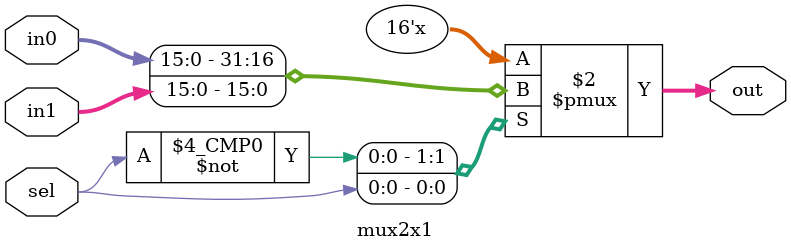
<source format=sv>
module mux2x1 #(
    parameter DATA_WIDTH = 16
)(
    input  logic                   sel,
    input  logic [DATA_WIDTH-1:0]  in0,
    input  logic [DATA_WIDTH-1:0]  in1,
    output logic [DATA_WIDTH-1:0]  out
);

    always_comb begin
        case (sel)
            1'b0:    out = in0;    
            1'b1:    out = in1;    
            default: out = {DATA_WIDTH{1'b0}};
        endcase
    end

endmodule
</source>
